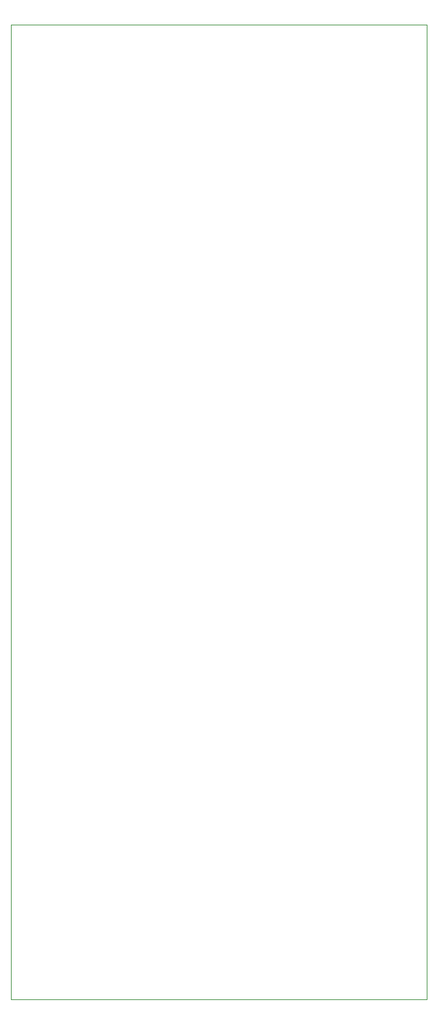
<source format=gbr>
%TF.GenerationSoftware,KiCad,Pcbnew,9.0.3*%
%TF.CreationDate,2025-07-21T12:15:01+10:00*%
%TF.ProjectId,light_control_sched,6c696768-745f-4636-9f6e-74726f6c5f73,rev?*%
%TF.SameCoordinates,Original*%
%TF.FileFunction,Profile,NP*%
%FSLAX46Y46*%
G04 Gerber Fmt 4.6, Leading zero omitted, Abs format (unit mm)*
G04 Created by KiCad (PCBNEW 9.0.3) date 2025-07-21 12:15:01*
%MOMM*%
%LPD*%
G01*
G04 APERTURE LIST*
%TA.AperFunction,Profile*%
%ADD10C,0.050000*%
%TD*%
G04 APERTURE END LIST*
D10*
X119500000Y-30250000D02*
X171000000Y-30250000D01*
X171000000Y-150750000D01*
X119500000Y-150750000D01*
X119500000Y-30250000D01*
M02*

</source>
